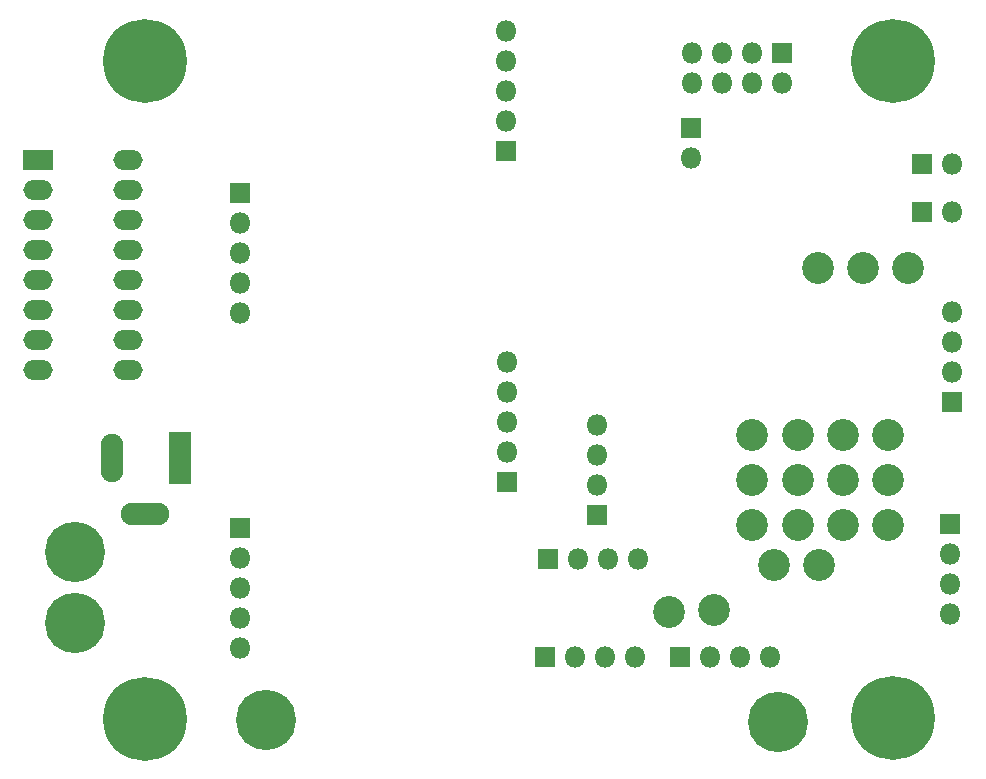
<source format=gbs>
%TF.GenerationSoftware,KiCad,Pcbnew,(5.1.6-0-10_14)*%
%TF.CreationDate,2022-07-25T21:05:29-05:00*%
%TF.ProjectId,small_led_driver_with_optoisolator,736d616c-6c5f-46c6-9564-5f6472697665,rev?*%
%TF.SameCoordinates,Original*%
%TF.FileFunction,Soldermask,Bot*%
%TF.FilePolarity,Negative*%
%FSLAX46Y46*%
G04 Gerber Fmt 4.6, Leading zero omitted, Abs format (unit mm)*
G04 Created by KiCad (PCBNEW (5.1.6-0-10_14)) date 2022-07-25 21:05:29*
%MOMM*%
%LPD*%
G01*
G04 APERTURE LIST*
%ADD10C,5.100000*%
%ADD11R,1.800000X1.800000*%
%ADD12O,1.800000X1.800000*%
%ADD13C,7.100000*%
%ADD14C,2.700000*%
%ADD15R,1.900000X4.500000*%
%ADD16O,1.900000X4.100000*%
%ADD17O,4.100000X1.900000*%
%ADD18O,2.500000X1.700000*%
%ADD19R,2.500000X1.700000*%
G04 APERTURE END LIST*
D10*
%TO.C,J33*%
X143610000Y-131240000D03*
%TD*%
%TO.C,J34*%
X186974000Y-131358000D03*
%TD*%
D11*
%TO.C,U10*%
X163999718Y-111051000D03*
D12*
X163999718Y-108511000D03*
X163999718Y-105971000D03*
X163999718Y-103431000D03*
X163999718Y-100891000D03*
%TD*%
%TO.C,U5*%
X141401412Y-96776537D03*
X141401412Y-94236537D03*
X141401412Y-91696537D03*
X141401412Y-89156537D03*
D11*
X141401412Y-86616537D03*
%TD*%
D13*
%TO.C,H1*%
X133334140Y-131099440D03*
%TD*%
D11*
%TO.C,U9*%
X163953092Y-83010883D03*
D12*
X163953092Y-80470883D03*
X163953092Y-77930883D03*
X163953092Y-75390883D03*
X163953092Y-72850883D03*
%TD*%
%TO.C,J31*%
X175061000Y-117584000D03*
X172521000Y-117584000D03*
X169981000Y-117584000D03*
D11*
X167441000Y-117584000D03*
%TD*%
D12*
%TO.C,J30*%
X201710000Y-96640000D03*
X201710000Y-99180000D03*
X201710000Y-101720000D03*
D11*
X201710000Y-104260000D03*
%TD*%
D12*
%TO.C,J29*%
X186280000Y-125891000D03*
X183740000Y-125891000D03*
X181200000Y-125891000D03*
D11*
X178660000Y-125891000D03*
%TD*%
D14*
%TO.C,J28*%
X177728000Y-122040000D03*
%TD*%
%TO.C,J27*%
X186577999Y-118059400D03*
%TD*%
D11*
%TO.C,J26*%
X167236000Y-125909000D03*
D12*
X169776000Y-125909000D03*
X172316000Y-125909000D03*
X174856000Y-125909000D03*
%TD*%
D11*
%TO.C,J25*%
X201510000Y-114640000D03*
D12*
X201510000Y-117180000D03*
X201510000Y-119720000D03*
X201510000Y-122260000D03*
%TD*%
D14*
%TO.C,J24*%
X190388000Y-118059400D03*
%TD*%
%TO.C,J2*%
X181491000Y-121927000D03*
%TD*%
D15*
%TO.C,J1*%
X136325000Y-109020000D03*
D16*
X130525000Y-109020000D03*
D17*
X133325000Y-113820000D03*
%TD*%
D10*
%TO.C,J20*%
X127410000Y-117040000D03*
%TD*%
D14*
%TO.C,J13*%
X188619004Y-110942478D03*
%TD*%
D11*
%TO.C,J3*%
X171619280Y-113847704D03*
D12*
X171619280Y-111307704D03*
X171619280Y-108767704D03*
X171619280Y-106227704D03*
%TD*%
D14*
%TO.C,J22*%
X184776004Y-110928478D03*
%TD*%
%TO.C,J19*%
X196239003Y-110942478D03*
%TD*%
%TO.C,J17*%
X192429003Y-110942479D03*
%TD*%
%TO.C,J4*%
X197923654Y-92975238D03*
%TD*%
%TO.C,J6*%
X192429003Y-107132478D03*
%TD*%
D12*
%TO.C,J16*%
X201668000Y-84176000D03*
D11*
X199128000Y-84176000D03*
%TD*%
%TO.C,J14*%
X199160000Y-88189000D03*
D12*
X201700000Y-88189000D03*
%TD*%
D14*
%TO.C,J23*%
X194113655Y-92975238D03*
%TD*%
D10*
%TO.C,J21*%
X127410000Y-123040000D03*
%TD*%
D12*
%TO.C,SW1*%
X179610780Y-83629700D03*
D11*
X179610780Y-81089700D03*
%TD*%
D14*
%TO.C,J15*%
X196239003Y-107132478D03*
%TD*%
%TO.C,J12*%
X188619004Y-114752479D03*
%TD*%
%TO.C,J11*%
X192429003Y-114752480D03*
%TD*%
%TO.C,J10*%
X184776003Y-114738479D03*
%TD*%
D12*
%TO.C,J18*%
X179638000Y-77283000D03*
X179638000Y-74743000D03*
X182178000Y-77283000D03*
X182178000Y-74743000D03*
X184718000Y-77283000D03*
X184718000Y-74743000D03*
X187258000Y-77283000D03*
D11*
X187258000Y-74743000D03*
%TD*%
D18*
%TO.C,U7*%
X131930000Y-83840000D03*
X124310000Y-101620000D03*
X131930000Y-86380000D03*
X124310000Y-99080000D03*
X131930000Y-88920000D03*
X124310000Y-96540000D03*
X131930000Y-91460000D03*
X124310000Y-94000000D03*
X131930000Y-94000000D03*
X124310000Y-91460000D03*
X131930000Y-96540000D03*
X124310000Y-88920000D03*
X131930000Y-99080000D03*
X124310000Y-86380000D03*
X131930000Y-101620000D03*
D19*
X124310000Y-83840000D03*
%TD*%
D14*
%TO.C,J9*%
X196239003Y-114752479D03*
%TD*%
%TO.C,J8*%
X190303654Y-92975238D03*
%TD*%
%TO.C,J7*%
X188619003Y-107132478D03*
%TD*%
%TO.C,J5*%
X184776004Y-107118478D03*
%TD*%
D11*
%TO.C,U11*%
X141410000Y-114940000D03*
D12*
X141410000Y-117480000D03*
X141410000Y-120020000D03*
X141410000Y-122560000D03*
X141410000Y-125100000D03*
%TD*%
D13*
%TO.C,H2*%
X196654640Y-75403240D03*
%TD*%
%TO.C,H3*%
X196654640Y-131089440D03*
%TD*%
%TO.C,H4*%
X133334140Y-75403240D03*
%TD*%
M02*

</source>
